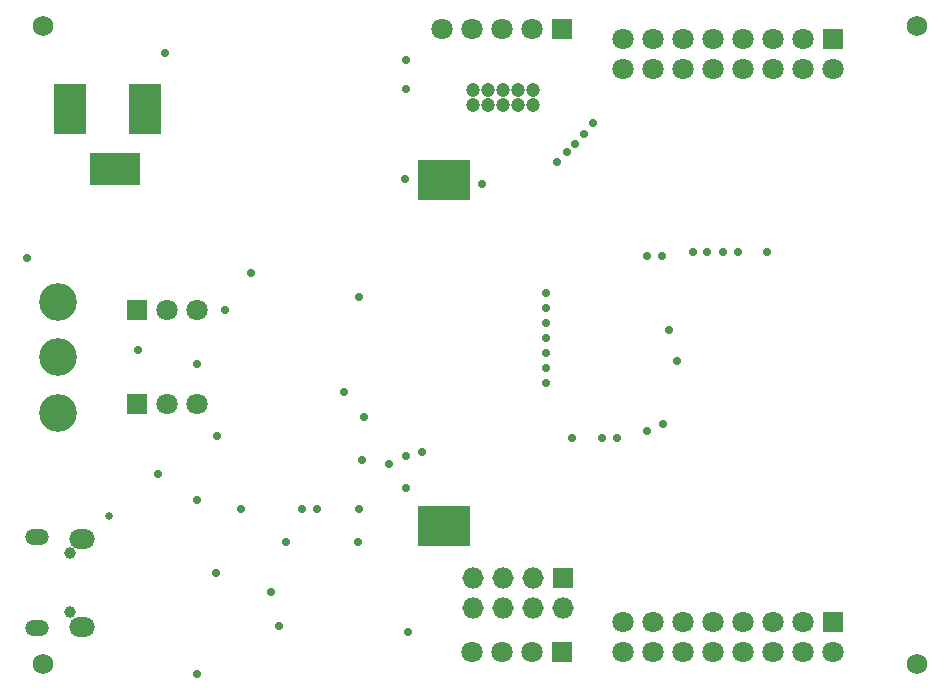
<source format=gbr>
%TF.GenerationSoftware,Altium Limited,Altium Designer,24.9.1 (31)*%
G04 Layer_Color=16711935*
%FSLAX45Y45*%
%MOMM*%
%TF.SameCoordinates,87F55232-172A-40C5-9850-FF0673041AA3*%
%TF.FilePolarity,Negative*%
%TF.FileFunction,Soldermask,Bot*%
%TF.Part,Single*%
G01*
G75*
%TA.AperFunction,ViaPad*%
%ADD50C,0.63500*%
%ADD84C,1.72720*%
%TA.AperFunction,ComponentPad*%
%ADD85R,1.80320X1.80320*%
%ADD86C,1.80320*%
%ADD87C,1.20320*%
%ADD88O,2.20320X1.65320*%
%ADD89O,2.00320X1.35320*%
%ADD90C,1.00320*%
%ADD91R,4.26720X2.74320*%
%ADD92R,2.74320X4.26720*%
%ADD93R,1.81320X1.80320*%
%ADD94O,1.81320X1.80320*%
%ADD95C,3.20000*%
%TA.AperFunction,ViaPad*%
%ADD96C,0.71120*%
%TA.AperFunction,SMDPad,CuDef*%
%ADD97R,4.40320X3.40320*%
D50*
X863600Y1554480D02*
D03*
D84*
X7700000Y300000D02*
D03*
Y5700000D02*
D03*
X300000Y300000D02*
D03*
Y5700000D02*
D03*
D85*
X6989000Y5597000D02*
D03*
X4699000Y5676900D02*
D03*
X4700000Y400000D02*
D03*
X1099820Y2500000D02*
D03*
Y3300000D02*
D03*
X6989000Y657000D02*
D03*
D86*
X6735000Y5597000D02*
D03*
X6481000D02*
D03*
X6227000D02*
D03*
X5973000D02*
D03*
X5719000D02*
D03*
X5465000D02*
D03*
X5211000D02*
D03*
Y5343000D02*
D03*
X5465000D02*
D03*
X5719000D02*
D03*
X5973000D02*
D03*
X6227000D02*
D03*
X6481000D02*
D03*
X6735000D02*
D03*
X6989000D02*
D03*
X3683000Y5676900D02*
D03*
X3937000D02*
D03*
X4191000D02*
D03*
X4445000D02*
D03*
X4446000Y400000D02*
D03*
X4192000D02*
D03*
X3938000D02*
D03*
X1607820Y2500000D02*
D03*
X1353820D02*
D03*
X1607820Y3300000D02*
D03*
X1353820D02*
D03*
X6989000Y403000D02*
D03*
X6735000D02*
D03*
X6481000D02*
D03*
X6227000D02*
D03*
X5973000D02*
D03*
X5719000D02*
D03*
X5465000D02*
D03*
X5211000D02*
D03*
Y657000D02*
D03*
X5465000D02*
D03*
X5719000D02*
D03*
X5973000D02*
D03*
X6227000D02*
D03*
X6481000D02*
D03*
X6735000D02*
D03*
D87*
X4454000Y5163500D02*
D03*
X4327000D02*
D03*
X4200000D02*
D03*
X4073000D02*
D03*
X3946000D02*
D03*
X4454000Y5036500D02*
D03*
X4327000D02*
D03*
X4200000D02*
D03*
X4073000D02*
D03*
X3946000D02*
D03*
D88*
X632900Y1363100D02*
D03*
Y618100D02*
D03*
D89*
X252900Y1378100D02*
D03*
Y603100D02*
D03*
D90*
X527900Y1240600D02*
D03*
Y740600D02*
D03*
D91*
X913500Y4496000D02*
D03*
D92*
X532500Y5004000D02*
D03*
X1167500D02*
D03*
D93*
X4701000Y1027000D02*
D03*
D94*
X4447000D02*
D03*
X4193000D02*
D03*
X3939000D02*
D03*
Y773000D02*
D03*
X4193000D02*
D03*
X4447000D02*
D03*
X4701000D02*
D03*
D95*
X431800Y3370000D02*
D03*
Y2430000D02*
D03*
Y2900000D02*
D03*
D96*
X3020060Y2395220D02*
D03*
X5671820Y2865120D02*
D03*
X2296160Y619760D02*
D03*
X3373120Y5173980D02*
D03*
X3388360Y576580D02*
D03*
X3373120Y5415280D02*
D03*
X4559300Y2682240D02*
D03*
Y2811780D02*
D03*
Y2936240D02*
D03*
Y3065780D02*
D03*
Y3192780D02*
D03*
Y3317240D02*
D03*
Y3441700D02*
D03*
X3507740Y2092960D02*
D03*
X5417820Y2273300D02*
D03*
X5552440Y2331720D02*
D03*
X5163820Y2214880D02*
D03*
X5034280D02*
D03*
X4780280D02*
D03*
X3230880Y1998980D02*
D03*
X2979420Y3406140D02*
D03*
X3371244Y4411044D02*
D03*
X2230120Y909320D02*
D03*
X1606833Y215295D02*
D03*
X1274316Y1911186D02*
D03*
X1838960Y3299460D02*
D03*
X3375660Y2062480D02*
D03*
X2973585Y1616195D02*
D03*
X2623820Y1610360D02*
D03*
X1771650Y2228850D02*
D03*
X4734560Y4632960D02*
D03*
X4650740Y4549140D02*
D03*
X4803140Y4706620D02*
D03*
X4881880Y4785360D02*
D03*
X4955540Y4879340D02*
D03*
X4020820Y4368800D02*
D03*
X165100Y3741420D02*
D03*
X5605780Y3126740D02*
D03*
X5539740Y3756660D02*
D03*
X5419876Y3759907D02*
D03*
X6431280Y3787140D02*
D03*
X6187440Y3789680D02*
D03*
X6057900D02*
D03*
X5925820D02*
D03*
X5801360Y3792220D02*
D03*
X3006680Y2026576D02*
D03*
X1767840Y1074420D02*
D03*
X1976120Y1617980D02*
D03*
X1607820Y1686560D02*
D03*
X3373120Y1788160D02*
D03*
X2971800Y1338580D02*
D03*
X2849880Y2608580D02*
D03*
X2496820Y1610360D02*
D03*
X2362200Y1336040D02*
D03*
X1102547Y2956373D02*
D03*
X1335566Y5478893D02*
D03*
X2061075Y3610254D02*
D03*
X1607820Y2842260D02*
D03*
D97*
X3700780Y4396160D02*
D03*
Y1466160D02*
D03*
%TF.MD5,0747a474f252ed18aaefe825c79576a8*%
M02*

</source>
